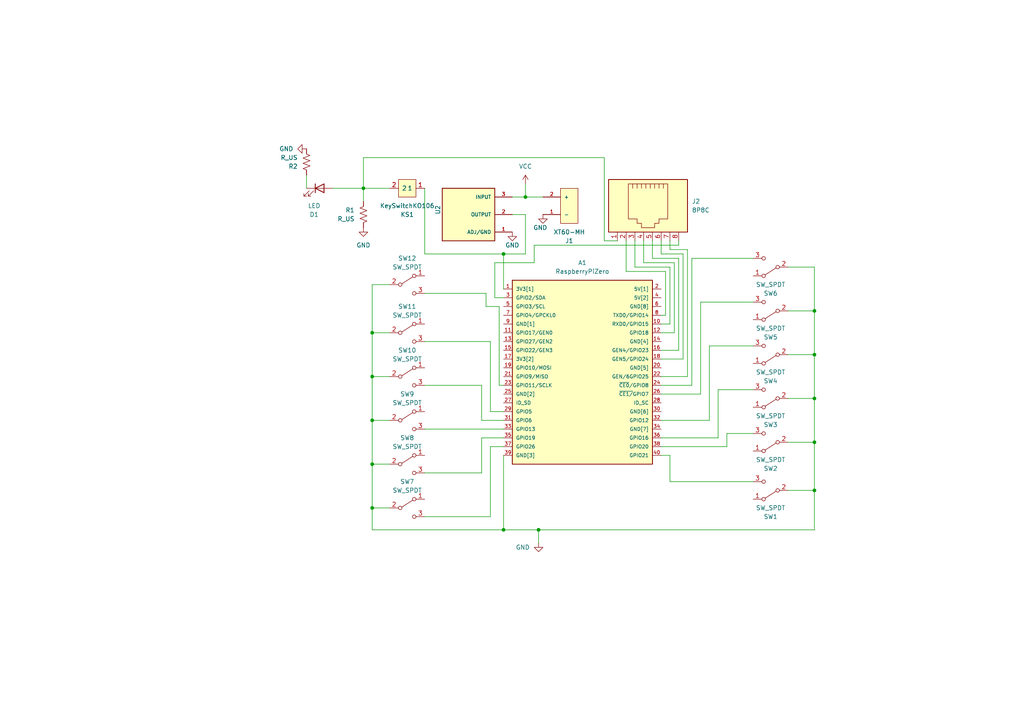
<source format=kicad_sch>
(kicad_sch (version 20211123) (generator eeschema)
  (paper "A4")
  (title_block (title "Launchbox V3") (date "2022-07-14") (rev "Avionics Team") (company "Project Caelus"))
  (lib_symbols
    (symbol "Connector:8P8C" (pin_names (offset 1.016))
      (property "Reference" "J" (at -5.08 13.97 0))
      (property "Value" "8P8C" (at 2.54 13.97 0))
      (symbol "8P8C_0_1"
        (polyline (pts (xy -5.08 4.445) (xy -6.35 4.445)))
        (polyline (pts (xy -5.08 5.715) (xy -6.35 5.715)))
        (polyline (pts (xy -6.35 -3.175) (xy -5.08 -3.175) (xy -5.08 -3.175)))
        (polyline (pts (xy -6.35 -1.905) (xy -5.08 -1.905) (xy -5.08 -1.905)))
        (polyline (pts (xy -6.35 -0.635) (xy -5.08 -0.635) (xy -5.08 -0.635)))
        (polyline (pts (xy -6.35 0.635) (xy -5.08 0.635) (xy -5.08 0.635)))
        (polyline (pts (xy -6.35 1.905) (xy -5.08 1.905) (xy -5.08 1.905)))
        (polyline (pts (xy -5.08 3.175) (xy -6.35 3.175) (xy -6.35 3.175)))
        (polyline (pts (xy -6.35 -4.445) (xy -6.35 6.985) (xy 3.81 6.985) (xy 3.81 4.445) (xy 5.08 4.445) (xy 5.08 3.175) (xy 6.35 3.175) (xy 6.35 -0.635) (xy 5.08 -0.635) (xy 5.08 -1.905) (xy 3.81 -1.905) (xy 3.81 -4.445) (xy -6.35 -4.445) (xy -6.35 -4.445)))
        (rectangle (start 7.62 12.7) (end -7.62 -10.16) (stroke (width 0.254)) (fill (type background)))
      )
      (symbol "8P8C_1_1"
        (pin passive line (at 10.16 -7.62 180) (length 2.54) (name "~") (number "1"))
        (pin passive line (at 10.16 -5.08 180) (length 2.54) (name "~") (number "2"))
        (pin passive line (at 10.16 -2.54 180) (length 2.54) (name "~") (number "3"))
        (pin passive line (at 10.16 0 180) (length 2.54) (name "~") (number "4"))
        (pin passive line (at 10.16 2.54 180) (length 2.54) (name "~") (number "5"))
        (pin passive line (at 10.16 5.08 180) (length 2.54) (name "~") (number "6"))
        (pin passive line (at 10.16 7.62 180) (length 2.54) (name "~") (number "7"))
        (pin passive line (at 10.16 10.16 180) (length 2.54) (name "~") (number "8"))
      )
    )
    (symbol "Device:LED" (pin_numbers hide) (pin_names (offset 1.016) hide)
      (property "Reference" "D" (at 0 2.54 0))
      (property "Value" "LED" (at 0 -2.54 0))
      (symbol "LED_0_1"
        (polyline (pts (xy -1.27 -1.27) (xy -1.27 1.27)) (stroke (width 0.254)))
        (polyline (pts (xy -1.27 0) (xy 1.27 0)))
        (polyline (pts (xy 1.27 -1.27) (xy 1.27 1.27) (xy -1.27 0) (xy 1.27 -1.27)) (stroke (width 0.254)))
        (polyline (pts (xy -3.048 -0.762) (xy -4.572 -2.286) (xy -3.81 -2.286) (xy -4.572 -2.286) (xy -4.572 -1.524)))
        (polyline (pts (xy -1.778 -0.762) (xy -3.302 -2.286) (xy -2.54 -2.286) (xy -3.302 -2.286) (xy -3.302 -1.524)))
      )
      (symbol "LED_1_1"
        (pin passive line (at -3.81 0 0) (length 2.54) (name "K") (number "1"))
        (pin passive line (at 3.81 0 180) (length 2.54) (name "A") (number "2"))
      )
    )
    (symbol "Device:R_US" (pin_numbers hide) (pin_names (offset 0))
      (property "Reference" "R" (at 2.54 0 90))
      (property "Value" "R_US" (at -2.54 0 90))
      (symbol "R_US_0_1"
        (polyline (pts (xy 0 -2.286) (xy 0 -2.54)))
        (polyline (pts (xy 0 2.286) (xy 0 2.54)))
        (polyline (pts (xy 0 -0.762) (xy 1.016 -1.143) (xy 0 -1.524) (xy -1.016 -1.905) (xy 0 -2.286)))
        (polyline (pts (xy 0 0.762) (xy 1.016 0.381) (xy 0 0) (xy -1.016 -0.381) (xy 0 -0.762)))
        (polyline (pts (xy 0 2.286) (xy 1.016 1.905) (xy 0 1.524) (xy -1.016 1.143) (xy 0 0.762)))
      )
      (symbol "R_US_1_1"
        (pin passive line (at 0 3.81 270) (length 1.27) (name "~") (number "1"))
        (pin passive line (at 0 -3.81 90) (length 1.27) (name "~") (number "2"))
      )
    )
    (symbol "Launchbox:KeySwitchKO106" (pin_names (offset 1.016))
      (property "Reference" "KS" (at 0 5.08 0))
      (property "Value" "KeySwitchKO106" (at 0 -5.08 0))
      (symbol "KeySwitchKO106_0_1"
        (rectangle (start -2.54 2.54) (end 2.54 -2.54) (fill (type background)))
      )
      (symbol "KeySwitchKO106_1_1"
        (pin passive line (at -5.08 0 0) (length 2.54) (name "1") (number "1"))
        (pin passive line (at 5.08 0 180) (length 2.54) (name "2") (number "2"))
      )
    )
    (symbol "Launchbox:LD1085V50" (pin_names (offset 1.016))
      (property "Reference" "U" (at 10.16 -5.08 90))
      (symbol "LD1085V50_0_0"
        (rectangle (start -7.62 -5.08) (end 7.62 10.16) (stroke (width 0.254)) (fill (type background)))
        (pin bidirectional line (at -5.08 -10.16 90) (length 5.08) (name "ADJ/GND") (number "1"))
        (pin bidirectional line (at 0 -10.16 90) (length 5.08) (name "OUTPUT") (number "2"))
        (pin bidirectional line (at 5.08 -10.16 90) (length 5.08) (name "INPUT") (number "3"))
      )
    )
    (symbol "Launchbox:RaspberryPiZero" (pin_names (offset 1.016))
      (property "Reference" "A" (at -20.3454 26.6954 0))
      (property "Value" "RaspberryPiZero" (at -20.3454 -30.5054 0))
      (symbol "RaspberryPiZero_0_0"
        (rectangle (start -20.32 -27.94) (end 20.32 25.4) (stroke (width 0.254)) (fill (type background)))
        (pin power_in line (at -22.86 22.86 0) (length 2.54) (name "3V3[1]") (number "1"))
        (pin bidirectional line (at 22.86 12.7 180) (length 2.54) (name "RXD0/GPIO15") (number "10"))
        (pin bidirectional line (at -22.86 10.16 0) (length 2.54) (name "GPIO17/GEN0") (number "11"))
        (pin bidirectional line (at 22.86 10.16 180) (length 2.54) (name "GPIO18") (number "12"))
        (pin bidirectional line (at -22.86 7.62 0) (length 2.54) (name "GPIO27/GEN2") (number "13"))
        (pin power_in line (at 22.86 7.62 180) (length 2.54) (name "GND[4]") (number "14"))
        (pin bidirectional line (at -22.86 5.08 0) (length 2.54) (name "GPIO22/GEN3") (number "15"))
        (pin bidirectional line (at 22.86 5.08 180) (length 2.54) (name "GEN4/GPIO23") (number "16"))
        (pin power_in line (at -22.86 2.54 0) (length 2.54) (name "3V3[2]") (number "17"))
        (pin bidirectional line (at 22.86 2.54 180) (length 2.54) (name "GEN5/GPIO24") (number "18"))
        (pin bidirectional line (at -22.86 0 0) (length 2.54) (name "GPIO10/MOSI") (number "19"))
        (pin power_in line (at 22.86 22.86 180) (length 2.54) (name "5V[1]") (number "2"))
        (pin power_in line (at 22.86 0 180) (length 2.54) (name "GND[5]") (number "20"))
        (pin bidirectional line (at -22.86 -2.54 0) (length 2.54) (name "GPIO9/MISO") (number "21"))
        (pin bidirectional line (at 22.86 -2.54 180) (length 2.54) (name "GEN/6GPIO25") (number "22"))
        (pin bidirectional line (at -22.86 -5.08 0) (length 2.54) (name "GPIO11/SCLK") (number "23"))
        (pin bidirectional line (at 22.86 -5.08 180) (length 2.54) (name "~{CE0}/GPIO8") (number "24"))
        (pin power_in line (at -22.86 -7.62 0) (length 2.54) (name "GND[2]") (number "25"))
        (pin bidirectional line (at 22.86 -7.62 180) (length 2.54) (name "~{CE1/}GPIO7") (number "26"))
        (pin bidirectional line (at -22.86 -10.16 0) (length 2.54) (name "ID_SD") (number "27"))
        (pin bidirectional line (at 22.86 -10.16 180) (length 2.54) (name "ID_SC") (number "28"))
        (pin bidirectional line (at -22.86 -12.7 0) (length 2.54) (name "GPIO5") (number "29"))
        (pin bidirectional line (at -22.86 20.32 0) (length 2.54) (name "GPIO2/SDA") (number "3"))
        (pin power_in line (at 22.86 -12.7 180) (length 2.54) (name "GND[6]") (number "30"))
        (pin bidirectional line (at -22.86 -15.24 0) (length 2.54) (name "GPIO6") (number "31"))
        (pin bidirectional line (at 22.86 -15.24 180) (length 2.54) (name "GPIO12") (number "32"))
        (pin bidirectional line (at -22.86 -17.78 0) (length 2.54) (name "GPIO13") (number "33"))
        (pin power_in line (at 22.86 -17.78 180) (length 2.54) (name "GND[7]") (number "34"))
        (pin bidirectional line (at -22.86 -20.32 0) (length 2.54) (name "GPIO19") (number "35"))
        (pin bidirectional line (at 22.86 -20.32 180) (length 2.54) (name "GPIO16") (number "36"))
        (pin bidirectional line (at -22.86 -22.86 0) (length 2.54) (name "GPIO26") (number "37"))
        (pin bidirectional line (at 22.86 -22.86 180) (length 2.54) (name "GPIO20") (number "38"))
        (pin power_in line (at -22.86 -25.4 0) (length 2.54) (name "GND[3]") (number "39"))
        (pin power_in line (at 22.86 20.32 180) (length 2.54) (name "5V[2]") (number "4"))
        (pin bidirectional line (at 22.86 -25.4 180) (length 2.54) (name "GPIO21") (number "40"))
        (pin bidirectional line (at -22.86 17.78 0) (length 2.54) (name "GPIO3/SCL") (number "5"))
        (pin power_in line (at 22.86 17.78 180) (length 2.54) (name "GND[8]") (number "6"))
        (pin bidirectional line (at -22.86 15.24 0) (length 2.54) (name "GPIO4/GPCKL0") (number "7"))
        (pin bidirectional line (at 22.86 15.24 180) (length 2.54) (name "TXD0/GPIO14") (number "8"))
        (pin power_in line (at -22.86 12.7 0) (length 2.54) (name "GND[1]") (number "9"))
      )
    )
    (symbol "Launchbox:XT60-MH" (pin_names (offset 1.016))
      (property "Reference" "J" (at -1.27 6.35 0))
      (property "Value" "XT60-MH" (at 0 -6.35 0))
      (symbol "XT60-MH_0_1"
        (rectangle (start -2.54 5.08) (end 2.54 -5.08) (fill (type background)))
      )
      (symbol "XT60-MH_1_1"
        (pin passive line (at -7.62 2.54 0) (length 5.08) (name "-") (number "1"))
        (pin passive line (at -7.62 -2.54 0) (length 5.08) (name "+") (number "2"))
      )
    )
    (symbol "Switch:SW_SPDT" (pin_names (offset 0) hide)
      (property "Reference" "SW" (at 0 4.318 0))
      (property "Value" "SW_SPDT" (at 0 -5.08 0))
      (symbol "SW_SPDT_0_0"
        (circle (center -2.032 0) (radius 0.508))
        (circle (center 2.032 -2.54) (radius 0.508))
      )
      (symbol "SW_SPDT_0_1"
        (polyline (pts (xy -1.524 0.254) (xy 1.651 2.286)))
        (circle (center 2.032 2.54) (radius 0.508))
      )
      (symbol "SW_SPDT_1_1"
        (pin passive line (at 5.08 2.54 180) (length 2.54) (name "A") (number "1"))
        (pin passive line (at -5.08 0 0) (length 2.54) (name "B") (number "2"))
        (pin passive line (at 5.08 -2.54 180) (length 2.54) (name "C") (number "3"))
      )
    )
    (symbol "power:GND" (power) (pin_names (offset 0))
      (property "Value" "GND" (at 0 -3.81 0))
      (symbol "GND_0_1"
        (polyline (pts (xy 0 0) (xy 0 -1.27) (xy 1.27 -1.27) (xy 0 -2.54) (xy -1.27 -1.27) (xy 0 -1.27)))
      )
      (symbol "GND_1_1"
        (pin power_in line (at 0 0 270) (length 0) hide (name "GND") (number "1"))
      )
    )
    (symbol "power:VCC" (power) (pin_names (offset 0))
      (property "Value" "VCC" (at 0 3.81 0))
      (symbol "VCC_0_1"
        (polyline (pts (xy -0.762 1.27) (xy 0 2.54)))
        (polyline (pts (xy 0 0) (xy 0 2.54)))
        (polyline (pts (xy 0 2.54) (xy 0.762 1.27)))
      )
      (symbol "VCC_1_1"
        (pin power_in line (at 0 0 90) (length 0) hide (name "VCC") (number "1"))
      )
    )
  )
  (junction (at 236.22 90.17))
  (junction (at 152.4 57.15))
  (junction (at 107.95 109.22))
  (junction (at 146.05 73.66))
  (junction (at 236.22 142.24))
  (junction (at 107.95 121.92))
  (junction (at 107.95 96.52))
  (junction (at 146.05 153.67))
  (junction (at 236.22 128.27))
  (junction (at 105.41 54.61))
  (junction (at 236.22 102.87))
  (junction (at 236.22 115.57))
  (junction (at 107.95 147.32))
  (junction (at 107.95 134.62))
  (junction (at 156.21 153.67))
  (wire (pts (xy 189.23 74.93) (xy 196.85 74.93)))
  (wire (pts (xy 139.7 137.16) (xy 139.7 127)))
  (wire (pts (xy 156.21 157.48) (xy 156.21 153.67)))
  (wire (pts (xy 146.05 153.67) (xy 107.95 153.67)))
  (wire (pts (xy 113.03 96.52) (xy 107.95 96.52)))
  (wire (pts (xy 139.7 111.76) (xy 139.7 121.92)))
  (wire (pts (xy 107.95 121.92) (xy 107.95 109.22)))
  (wire (pts (xy 210.82 129.54) (xy 191.77 129.54)))
  (wire (pts (xy 236.22 128.27) (xy 228.6 128.27)))
  (wire (pts (xy 236.22 90.17) (xy 236.22 102.87)))
  (wire (pts (xy 218.44 74.93) (xy 200.66 74.93)))
  (wire (pts (xy 191.77 127) (xy 208.28 127)))
  (wire (pts (xy 144.78 111.76) (xy 146.05 111.76)))
  (wire (pts (xy 191.77 101.6) (xy 196.85 101.6)))
  (wire (pts (xy 200.66 74.93) (xy 200.66 111.76)))
  (wire (pts (xy 196.85 74.93) (xy 196.85 101.6)))
  (wire (pts (xy 228.6 77.47) (xy 236.22 77.47)))
  (wire (pts (xy 123.19 137.16) (xy 139.7 137.16)))
  (wire (pts (xy 194.31 77.47) (xy 194.31 93.98)))
  (wire (pts (xy 236.22 142.24) (xy 236.22 153.67)))
  (wire (pts (xy 196.85 71.12) (xy 154.94 71.12)))
  (wire (pts (xy 218.44 113.03) (xy 208.28 113.03)))
  (wire (pts (xy 152.4 57.15) (xy 148.59 57.15)))
  (wire (pts (xy 113.03 109.22) (xy 107.95 109.22)))
  (wire (pts (xy 181.61 69.85) (xy 181.61 78.74)))
  (wire (pts (xy 154.94 76.2) (xy 143.51 76.2)))
  (wire (pts (xy 184.15 69.85) (xy 184.15 77.47)))
  (wire (pts (xy 194.31 72.39) (xy 199.39 72.39)))
  (wire (pts (xy 191.77 109.22) (xy 199.39 109.22)))
  (wire (pts (xy 191.77 96.52) (xy 195.58 96.52)))
  (wire (pts (xy 218.44 87.63) (xy 203.2 87.63)))
  (wire (pts (xy 123.19 73.66) (xy 146.05 73.66)))
  (wire (pts (xy 142.24 129.54) (xy 146.05 129.54)))
  (wire (pts (xy 186.69 76.2) (xy 195.58 76.2)))
  (wire (pts (xy 146.05 132.08) (xy 146.05 153.67)))
  (wire (pts (xy 146.05 73.66) (xy 146.05 83.82)))
  (wire (pts (xy 107.95 134.62) (xy 107.95 121.92)))
  (wire (pts (xy 191.77 93.98) (xy 194.31 93.98)))
  (wire (pts (xy 205.74 121.92) (xy 191.77 121.92)))
  (wire (pts (xy 181.61 78.74) (xy 193.04 78.74)))
  (wire (pts (xy 143.51 76.2) (xy 143.51 86.36)))
  (wire (pts (xy 146.05 73.66) (xy 152.4 73.66)))
  (wire (pts (xy 236.22 128.27) (xy 236.22 142.24)))
  (wire (pts (xy 152.4 62.23) (xy 152.4 73.66)))
  (wire (pts (xy 189.23 69.85) (xy 189.23 74.93)))
  (wire (pts (xy 175.26 45.72) (xy 105.41 45.72)))
  (wire (pts (xy 198.12 73.66) (xy 198.12 104.14)))
  (wire (pts (xy 203.2 87.63) (xy 203.2 114.3)))
  (wire (pts (xy 218.44 100.33) (xy 205.74 100.33)))
  (wire (pts (xy 107.95 82.55) (xy 107.95 96.52)))
  (wire (pts (xy 191.77 104.14) (xy 198.12 104.14)))
  (wire (pts (xy 140.97 88.9) (xy 140.97 85.09)))
  (wire (pts (xy 113.03 134.62) (xy 107.95 134.62)))
  (wire (pts (xy 143.51 86.36) (xy 146.05 86.36)))
  (wire (pts (xy 139.7 127) (xy 146.05 127)))
  (wire (pts (xy 142.24 149.86) (xy 142.24 129.54)))
  (wire (pts (xy 194.31 139.7) (xy 194.31 132.08)))
  (wire (pts (xy 123.19 99.06) (xy 142.24 99.06)))
  (wire (pts (xy 107.95 96.52) (xy 107.95 109.22)))
  (wire (pts (xy 113.03 82.55) (xy 107.95 82.55)))
  (wire (pts (xy 218.44 139.7) (xy 194.31 139.7)))
  (wire (pts (xy 194.31 69.85) (xy 194.31 72.39)))
  (wire (pts (xy 236.22 77.47) (xy 236.22 90.17)))
  (wire (pts (xy 88.9 54.61) (xy 88.9 50.8)))
  (wire (pts (xy 218.44 125.73) (xy 210.82 125.73)))
  (wire (pts (xy 210.82 125.73) (xy 210.82 129.54)))
  (wire (pts (xy 123.19 85.09) (xy 140.97 85.09)))
  (wire (pts (xy 199.39 72.39) (xy 199.39 109.22)))
  (wire (pts (xy 193.04 78.74) (xy 193.04 91.44)))
  (wire (pts (xy 152.4 62.23) (xy 148.59 62.23)))
  (wire (pts (xy 107.95 153.67) (xy 107.95 147.32)))
  (wire (pts (xy 191.77 73.66) (xy 198.12 73.66)))
  (wire (pts (xy 107.95 147.32) (xy 107.95 134.62)))
  (wire (pts (xy 191.77 69.85) (xy 191.77 73.66)))
  (wire (pts (xy 236.22 142.24) (xy 228.6 142.24)))
  (wire (pts (xy 175.26 69.85) (xy 175.26 45.72)))
  (wire (pts (xy 157.48 57.15) (xy 152.4 57.15)))
  (wire (pts (xy 196.85 69.85) (xy 196.85 71.12)))
  (wire (pts (xy 123.19 54.61) (xy 123.19 73.66)))
  (wire (pts (xy 105.41 54.61) (xy 96.52 54.61)))
  (wire (pts (xy 144.78 88.9) (xy 140.97 88.9)))
  (wire (pts (xy 113.03 54.61) (xy 105.41 54.61)))
  (wire (pts (xy 154.94 71.12) (xy 154.94 76.2)))
  (wire (pts (xy 179.07 69.85) (xy 175.26 69.85)))
  (wire (pts (xy 123.19 149.86) (xy 142.24 149.86)))
  (wire (pts (xy 203.2 114.3) (xy 191.77 114.3)))
  (wire (pts (xy 156.21 153.67) (xy 236.22 153.67)))
  (wire (pts (xy 113.03 147.32) (xy 107.95 147.32)))
  (wire (pts (xy 144.78 111.76) (xy 144.78 88.9)))
  (wire (pts (xy 152.4 57.15) (xy 152.4 53.34)))
  (wire (pts (xy 105.41 54.61) (xy 105.41 58.42)))
  (wire (pts (xy 236.22 90.17) (xy 228.6 90.17)))
  (wire (pts (xy 236.22 102.87) (xy 228.6 102.87)))
  (wire (pts (xy 236.22 102.87) (xy 236.22 115.57)))
  (wire (pts (xy 200.66 111.76) (xy 191.77 111.76)))
  (wire (pts (xy 156.21 153.67) (xy 146.05 153.67)))
  (wire (pts (xy 186.69 69.85) (xy 186.69 76.2)))
  (wire (pts (xy 142.24 119.38) (xy 146.05 119.38)))
  (wire (pts (xy 113.03 121.92) (xy 107.95 121.92)))
  (wire (pts (xy 193.04 91.44) (xy 191.77 91.44)))
  (wire (pts (xy 142.24 99.06) (xy 142.24 119.38)))
  (wire (pts (xy 205.74 100.33) (xy 205.74 121.92)))
  (wire (pts (xy 105.41 45.72) (xy 105.41 54.61)))
  (wire (pts (xy 236.22 115.57) (xy 228.6 115.57)))
  (wire (pts (xy 208.28 113.03) (xy 208.28 127)))
  (wire (pts (xy 194.31 132.08) (xy 191.77 132.08)))
  (wire (pts (xy 195.58 76.2) (xy 195.58 96.52)))
  (wire (pts (xy 139.7 121.92) (xy 146.05 121.92)))
  (wire (pts (xy 236.22 115.57) (xy 236.22 128.27)))
  (wire (pts (xy 123.19 124.46) (xy 146.05 124.46)))
  (wire (pts (xy 184.15 77.47) (xy 194.31 77.47)))
  (wire (pts (xy 123.19 111.76) (xy 139.7 111.76)))
  (symbol (lib_id "Device:LED") (at 92.71 54.61 0) (unit 1)
    (property "Reference" "D1" (at 91.1225 62.23 0))
    (property "Value" "LED" (at 91.1225 59.69 0))
    (property "Footprint" "LED_THT:LED_D5.0mm" (effects hide))
  )
  (symbol (lib_id "Switch:SW_SPDT") (at 118.11 82.55 0) (unit 1)
    (property "Reference" "SW12" (at 118.11 74.93 0))
    (property "Value" "SW_SPDT" (at 118.11 77.47 0))
    (property "Footprint" "Launchbox:SPDT_Slide_Switch" (effects hide))
  )
  (symbol (lib_id "Switch:SW_SPDT") (at 223.52 77.47 180) (unit 1)
    (property "Reference" "SW6" (at 223.52 85.09 0))
    (property "Value" "SW_SPDT" (at 223.52 82.55 0))
    (property "Footprint" "Launchbox:SPDT_Slide_Switch" (effects hide))
  )
  (symbol (lib_id "Switch:SW_SPDT") (at 223.52 128.27 180) (unit 1)
    (property "Reference" "SW2" (at 223.52 135.89 0))
    (property "Value" "SW_SPDT" (at 223.52 133.35 0))
    (property "Footprint" "Launchbox:SPDT_Slide_Switch" (effects hide))
  )
  (symbol (lib_id "power:GND") (at 148.59 67.31 0) (unit 1)
    (property "Reference" "#PWR03" (effects hide))
    (property "Value" "GND" (at 148.59 71.12 0))
  )
  (symbol (lib_id "Launchbox:XT60-MH") (at 165.1 59.69 0) (mirror x) (unit 1)
    (property "Reference" "J1" (at 165.1 69.85 0))
    (property "Value" "XT60-MH" (at 165.1 67.31 0))
    (property "Footprint" "Launchbox:XT60H-M12" (effects hide))
  )
  (symbol (lib_id "Switch:SW_SPDT") (at 223.52 102.87 180) (unit 1)
    (property "Reference" "SW4" (at 223.52 110.49 0))
    (property "Value" "SW_SPDT" (at 223.52 107.95 0))
    (property "Footprint" "Launchbox:SPDT_Slide_Switch" (effects hide))
  )
  (symbol (lib_id "power:GND") (at 88.9 43.18 270) (unit 1)
    (property "Reference" "#PWR0102" (effects hide))
    (property "Value" "GND" (at 85.09 43.1801 90) (effects (justify right)))
  )
  (symbol (lib_id "Launchbox:RaspberryPiZero") (at 168.91 106.68 0) (unit 1)
    (property "Reference" "A1" (at 168.91 76.2 0))
    (property "Value" "RaspberryPiZero" (at 168.91 78.74 0))
    (property "Footprint" "Launchbox:RaspberryPiZero" (effects hide))
    (property "MANUFACTURER" "Raspberry" (effects hide))
    (property "STANDARD" "MAnufactutrer Recommendations" (effects hide))
  )
  (symbol (lib_id "power:GND") (at 156.21 157.48 0) (unit 1)
    (property "Reference" "#PWR0103" (effects hide))
    (property "Value" "GND" (at 153.67 158.7501 0) (effects (justify right)))
  )
  (symbol (lib_id "Connector:8P8C") (at 186.69 59.69 270) (unit 1)
    (property "Reference" "J2" (at 200.66 58.4199 90) (effects (justify left)))
    (property "Value" "8P8C" (at 200.66 60.9599 90) (effects (justify left)))
    (property "Footprint" "Launchbox:RJ45EthernetBreakout" (effects hide))
  )
  (symbol (lib_id "Switch:SW_SPDT") (at 118.11 134.62 0) (unit 1)
    (property "Reference" "SW8" (at 118.11 127 0))
    (property "Value" "SW_SPDT" (at 118.11 129.54 0))
    (property "Footprint" "Launchbox:SPDT_Slide_Switch" (effects hide))
  )
  (symbol (lib_id "power:GND") (at 105.41 66.04 0) (mirror y) (unit 1)
    (property "Reference" "#PWR0101" (effects hide))
    (property "Value" "GND" (at 105.41 71.12 0))
  )
  (symbol (lib_id "Switch:SW_SPDT") (at 223.52 142.24 180) (unit 1)
    (property "Reference" "SW1" (at 223.52 149.86 0))
    (property "Value" "SW_SPDT" (at 223.52 147.32 0))
    (property "Footprint" "Launchbox:SPDT_Slide_Switch" (effects hide))
  )
  (symbol (lib_id "Switch:SW_SPDT") (at 223.52 90.17 180) (unit 1)
    (property "Reference" "SW5" (at 223.52 97.79 0))
    (property "Value" "SW_SPDT" (at 223.52 95.25 0))
    (property "Footprint" "Launchbox:SPDT_Slide_Switch" (effects hide))
  )
  (symbol (lib_id "Device:R_US") (at 88.9 46.99 180) (unit 1)
    (property "Reference" "R2" (at 86.36 48.2601 0) (effects (justify left)))
    (property "Value" "R_US" (at 86.36 45.7201 0) (effects (justify left)))
    (property "Footprint" "Resistor_THT:R_Axial_DIN0207_L6.3mm_D2.5mm_P7.62mm_Horizontal" (effects hide))
  )
  (symbol (lib_id "power:GND") (at 157.48 62.23 0) (unit 1)
    (property "Reference" "#PWR01" (effects hide))
    (property "Value" "GND" (at 158.75 66.04 0) (effects (justify right)))
  )
  (symbol (lib_id "Launchbox:LD1085V50") (at 138.43 62.23 90) (unit 1)
    (property "Reference" "U2" (at 127 62.2301 0) (effects (justify left)))
    (property "Value" "LD1085V50" (effects hide))
    (property "Footprint" "Launchbox:UpdatedLD1085V50" (effects hide))
  )
  (symbol (lib_id "Launchbox:KeySwitchKO106") (at 118.11 54.61 180) (unit 1)
    (property "Reference" "KS1" (at 118.11 62.23 0))
    (property "Value" "KeySwitchKO106" (at 118.11 59.69 0))
    (property "Footprint" "Launchbox:keySwitchNew" (effects hide))
  )
  (symbol (lib_id "Switch:SW_SPDT") (at 118.11 96.52 0) (unit 1)
    (property "Reference" "SW11" (at 118.11 88.9 0))
    (property "Value" "SW_SPDT" (at 118.11 91.44 0))
    (property "Footprint" "Launchbox:SPDT_Slide_Switch" (effects hide))
  )
  (symbol (lib_id "Switch:SW_SPDT") (at 118.11 121.92 0) (unit 1)
    (property "Reference" "SW9" (at 118.11 114.3 0))
    (property "Value" "SW_SPDT" (at 118.11 116.84 0))
    (property "Footprint" "Launchbox:SPDT_Slide_Switch" (effects hide))
  )
  (symbol (lib_id "Switch:SW_SPDT") (at 118.11 147.32 0) (unit 1)
    (property "Reference" "SW7" (at 118.11 139.7 0))
    (property "Value" "SW_SPDT" (at 118.11 142.24 0))
    (property "Footprint" "Launchbox:SPDT_Slide_Switch" (effects hide))
  )
  (symbol (lib_id "power:VCC") (at 152.4 53.34 0) (unit 1)
    (property "Reference" "#PWR02" (effects hide))
    (property "Value" "VCC" (at 152.4 48.26 0))
  )
  (symbol (lib_id "Device:R_US") (at 105.41 62.23 0) (mirror y) (unit 1)
    (property "Reference" "R1" (at 102.87 60.9599 0) (effects (justify left)))
    (property "Value" "R_US" (at 102.87 63.4999 0) (effects (justify left)))
    (property "Footprint" "Resistor_THT:R_Axial_DIN0207_L6.3mm_D2.5mm_P7.62mm_Horizontal" (effects hide))
  )
  (symbol (lib_id "Switch:SW_SPDT") (at 223.52 115.57 180) (unit 1)
    (property "Reference" "SW3" (at 223.52 123.19 0))
    (property "Value" "SW_SPDT" (at 223.52 120.65 0))
    (property "Footprint" "Launchbox:SPDT_Slide_Switch" (effects hide))
  )
  (symbol (lib_id "Switch:SW_SPDT") (at 118.11 109.22 0) (unit 1)
    (property "Reference" "SW10" (at 118.11 101.6 0))
    (property "Value" "SW_SPDT" (at 118.11 104.14 0))
    (property "Footprint" "Launchbox:SPDT_Slide_Switch" (effects hide))
  )
)
</source>
